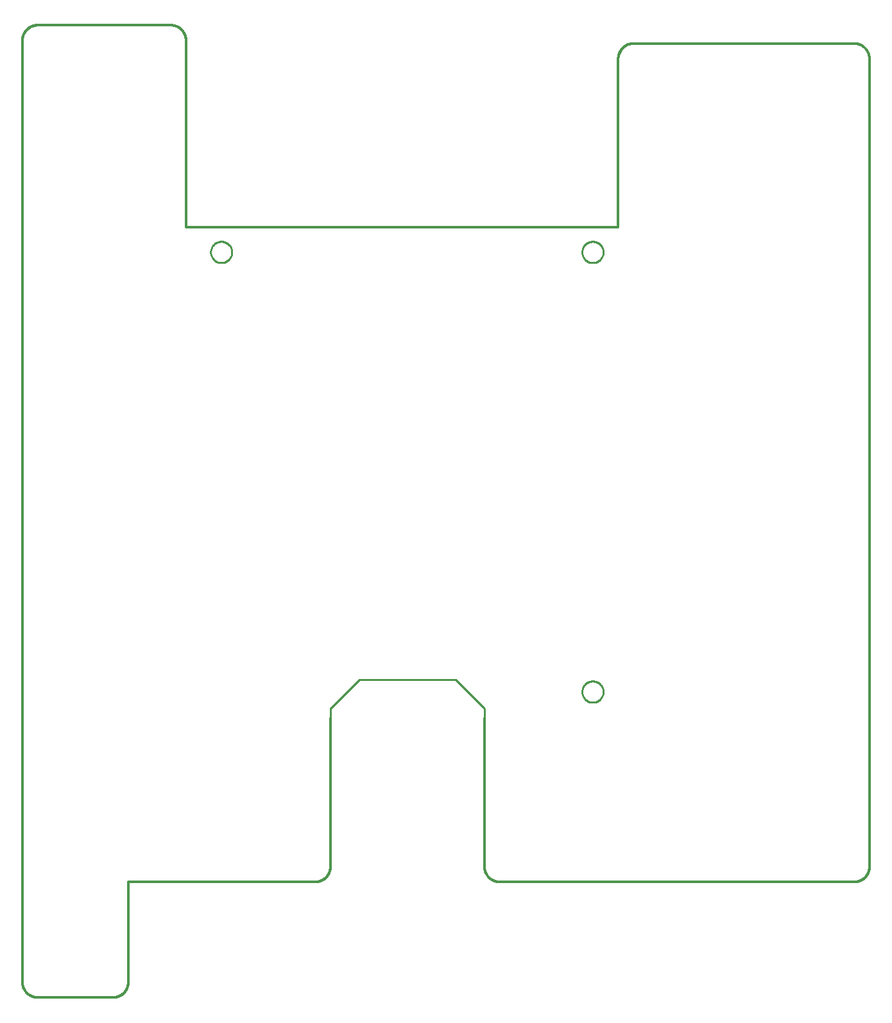
<source format=gko>
G04 EAGLE Gerber RS-274X export*
G75*
%MOMM*%
%FSLAX34Y34*%
%LPD*%
%INBoard Outline*%
%IPPOS*%
%AMOC8*
5,1,8,0,0,1.08239X$1,22.5*%
G01*
%ADD10C,0.152400*%
%ADD11C,0.304800*%
%ADD12C,0.000000*%
%ADD13C,0.254000*%


D10*
X101600Y-342900D02*
X101600Y-330200D01*
X139700Y-292100D01*
X266700Y-292100D01*
X304800Y-330200D01*
X304800Y-342900D01*
D11*
X-165100Y-558800D02*
X-165100Y-690880D01*
X-165106Y-691371D01*
X-165124Y-691862D01*
X-165153Y-692352D01*
X-165195Y-692841D01*
X-165248Y-693329D01*
X-165313Y-693816D01*
X-165390Y-694301D01*
X-165479Y-694784D01*
X-165579Y-695265D01*
X-165690Y-695743D01*
X-165814Y-696218D01*
X-165948Y-696690D01*
X-166095Y-697159D01*
X-166252Y-697624D01*
X-166420Y-698086D01*
X-166600Y-698543D01*
X-166791Y-698995D01*
X-166992Y-699443D01*
X-167205Y-699886D01*
X-167428Y-700323D01*
X-167661Y-700755D01*
X-167905Y-701181D01*
X-168159Y-701602D01*
X-168423Y-702016D01*
X-168697Y-702423D01*
X-168981Y-702824D01*
X-169274Y-703218D01*
X-169577Y-703604D01*
X-169889Y-703983D01*
X-170210Y-704355D01*
X-170540Y-704718D01*
X-170879Y-705074D01*
X-171226Y-705421D01*
X-171582Y-705760D01*
X-171945Y-706090D01*
X-172317Y-706411D01*
X-172696Y-706723D01*
X-173082Y-707026D01*
X-173476Y-707319D01*
X-173877Y-707603D01*
X-174284Y-707877D01*
X-174698Y-708141D01*
X-175119Y-708395D01*
X-175545Y-708639D01*
X-175977Y-708872D01*
X-176414Y-709095D01*
X-176857Y-709308D01*
X-177305Y-709509D01*
X-177757Y-709700D01*
X-178214Y-709880D01*
X-178676Y-710048D01*
X-179141Y-710205D01*
X-179610Y-710352D01*
X-180082Y-710486D01*
X-180557Y-710610D01*
X-181035Y-710721D01*
X-181516Y-710821D01*
X-181999Y-710910D01*
X-182484Y-710987D01*
X-182971Y-711052D01*
X-183459Y-711105D01*
X-183948Y-711147D01*
X-184438Y-711176D01*
X-184929Y-711194D01*
X-185420Y-711200D01*
X-88900Y304800D02*
X-88900Y551180D01*
X-88906Y551671D01*
X-88924Y552162D01*
X-88953Y552652D01*
X-88995Y553141D01*
X-89048Y553629D01*
X-89113Y554116D01*
X-89190Y554601D01*
X-89279Y555084D01*
X-89379Y555565D01*
X-89490Y556043D01*
X-89614Y556518D01*
X-89748Y556990D01*
X-89895Y557459D01*
X-90052Y557924D01*
X-90220Y558386D01*
X-90400Y558843D01*
X-90591Y559295D01*
X-90792Y559743D01*
X-91005Y560186D01*
X-91228Y560623D01*
X-91461Y561055D01*
X-91705Y561481D01*
X-91959Y561902D01*
X-92223Y562316D01*
X-92497Y562723D01*
X-92781Y563124D01*
X-93074Y563518D01*
X-93377Y563904D01*
X-93689Y564283D01*
X-94010Y564655D01*
X-94340Y565018D01*
X-94679Y565374D01*
X-95026Y565721D01*
X-95382Y566060D01*
X-95745Y566390D01*
X-96117Y566711D01*
X-96496Y567023D01*
X-96882Y567326D01*
X-97276Y567619D01*
X-97677Y567903D01*
X-98084Y568177D01*
X-98498Y568441D01*
X-98919Y568695D01*
X-99345Y568939D01*
X-99777Y569172D01*
X-100214Y569395D01*
X-100657Y569608D01*
X-101105Y569809D01*
X-101557Y570000D01*
X-102014Y570180D01*
X-102476Y570348D01*
X-102941Y570505D01*
X-103410Y570652D01*
X-103882Y570786D01*
X-104357Y570910D01*
X-104835Y571021D01*
X-105316Y571121D01*
X-105799Y571210D01*
X-106284Y571287D01*
X-106771Y571352D01*
X-107259Y571405D01*
X-107748Y571447D01*
X-108238Y571476D01*
X-108729Y571494D01*
X-109220Y571500D01*
X-284480Y571500D01*
X-284971Y571494D01*
X-285462Y571476D01*
X-285952Y571447D01*
X-286441Y571405D01*
X-286929Y571352D01*
X-287416Y571287D01*
X-287901Y571210D01*
X-288384Y571121D01*
X-288865Y571021D01*
X-289343Y570910D01*
X-289818Y570786D01*
X-290290Y570652D01*
X-290759Y570505D01*
X-291224Y570348D01*
X-291686Y570180D01*
X-292143Y570000D01*
X-292595Y569809D01*
X-293043Y569608D01*
X-293486Y569395D01*
X-293923Y569172D01*
X-294355Y568939D01*
X-294781Y568695D01*
X-295202Y568441D01*
X-295616Y568177D01*
X-296023Y567903D01*
X-296424Y567619D01*
X-296818Y567326D01*
X-297204Y567023D01*
X-297583Y566711D01*
X-297955Y566390D01*
X-298318Y566060D01*
X-298674Y565721D01*
X-299021Y565374D01*
X-299360Y565018D01*
X-299690Y564655D01*
X-300011Y564283D01*
X-300323Y563904D01*
X-300626Y563518D01*
X-300919Y563124D01*
X-301203Y562723D01*
X-301477Y562316D01*
X-301741Y561902D01*
X-301995Y561481D01*
X-302239Y561055D01*
X-302472Y560623D01*
X-302695Y560186D01*
X-302908Y559743D01*
X-303109Y559295D01*
X-303300Y558843D01*
X-303480Y558386D01*
X-303648Y557924D01*
X-303805Y557459D01*
X-303952Y556990D01*
X-304086Y556518D01*
X-304210Y556043D01*
X-304321Y555565D01*
X-304421Y555084D01*
X-304510Y554601D01*
X-304587Y554116D01*
X-304652Y553629D01*
X-304705Y553141D01*
X-304747Y552652D01*
X-304776Y552162D01*
X-304794Y551671D01*
X-304800Y551180D01*
X-304800Y-690880D01*
X-304794Y-691371D01*
X-304776Y-691862D01*
X-304747Y-692352D01*
X-304705Y-692841D01*
X-304652Y-693329D01*
X-304587Y-693816D01*
X-304510Y-694301D01*
X-304421Y-694784D01*
X-304321Y-695265D01*
X-304210Y-695743D01*
X-304086Y-696218D01*
X-303952Y-696690D01*
X-303805Y-697159D01*
X-303648Y-697624D01*
X-303480Y-698086D01*
X-303300Y-698543D01*
X-303109Y-698995D01*
X-302908Y-699443D01*
X-302695Y-699886D01*
X-302472Y-700323D01*
X-302239Y-700755D01*
X-301995Y-701181D01*
X-301741Y-701602D01*
X-301477Y-702016D01*
X-301203Y-702423D01*
X-300919Y-702824D01*
X-300626Y-703218D01*
X-300323Y-703604D01*
X-300011Y-703983D01*
X-299690Y-704355D01*
X-299360Y-704718D01*
X-299021Y-705074D01*
X-298674Y-705421D01*
X-298318Y-705760D01*
X-297955Y-706090D01*
X-297583Y-706411D01*
X-297204Y-706723D01*
X-296818Y-707026D01*
X-296424Y-707319D01*
X-296023Y-707603D01*
X-295616Y-707877D01*
X-295202Y-708141D01*
X-294781Y-708395D01*
X-294355Y-708639D01*
X-293923Y-708872D01*
X-293486Y-709095D01*
X-293043Y-709308D01*
X-292595Y-709509D01*
X-292143Y-709700D01*
X-291686Y-709880D01*
X-291224Y-710048D01*
X-290759Y-710205D01*
X-290290Y-710352D01*
X-289818Y-710486D01*
X-289343Y-710610D01*
X-288865Y-710721D01*
X-288384Y-710821D01*
X-287901Y-710910D01*
X-287416Y-710987D01*
X-286929Y-711052D01*
X-286441Y-711105D01*
X-285952Y-711147D01*
X-285462Y-711176D01*
X-284971Y-711194D01*
X-284480Y-711200D01*
X-185420Y-711200D01*
X101600Y-538480D02*
X101600Y-342900D01*
X101600Y-538480D02*
X101594Y-538971D01*
X101576Y-539462D01*
X101547Y-539952D01*
X101505Y-540441D01*
X101452Y-540929D01*
X101387Y-541416D01*
X101310Y-541901D01*
X101221Y-542384D01*
X101121Y-542865D01*
X101010Y-543343D01*
X100886Y-543818D01*
X100752Y-544290D01*
X100605Y-544759D01*
X100448Y-545224D01*
X100280Y-545686D01*
X100100Y-546143D01*
X99909Y-546595D01*
X99708Y-547043D01*
X99495Y-547486D01*
X99272Y-547923D01*
X99039Y-548355D01*
X98795Y-548781D01*
X98541Y-549202D01*
X98277Y-549616D01*
X98003Y-550023D01*
X97719Y-550424D01*
X97426Y-550818D01*
X97123Y-551204D01*
X96811Y-551583D01*
X96490Y-551955D01*
X96160Y-552318D01*
X95821Y-552674D01*
X95474Y-553021D01*
X95118Y-553360D01*
X94755Y-553690D01*
X94383Y-554011D01*
X94004Y-554323D01*
X93618Y-554626D01*
X93224Y-554919D01*
X92823Y-555203D01*
X92416Y-555477D01*
X92002Y-555741D01*
X91581Y-555995D01*
X91155Y-556239D01*
X90723Y-556472D01*
X90286Y-556695D01*
X89843Y-556908D01*
X89395Y-557109D01*
X88943Y-557300D01*
X88486Y-557480D01*
X88024Y-557648D01*
X87559Y-557805D01*
X87090Y-557952D01*
X86618Y-558086D01*
X86143Y-558210D01*
X85665Y-558321D01*
X85184Y-558421D01*
X84701Y-558510D01*
X84216Y-558587D01*
X83729Y-558652D01*
X83241Y-558705D01*
X82752Y-558747D01*
X82262Y-558776D01*
X81771Y-558794D01*
X81280Y-558800D01*
X-165100Y-558800D01*
X304800Y-538480D02*
X304800Y-342900D01*
X304800Y-538480D02*
X304806Y-538971D01*
X304824Y-539462D01*
X304853Y-539952D01*
X304895Y-540441D01*
X304948Y-540929D01*
X305013Y-541416D01*
X305090Y-541901D01*
X305179Y-542384D01*
X305279Y-542865D01*
X305390Y-543343D01*
X305514Y-543818D01*
X305648Y-544290D01*
X305795Y-544759D01*
X305952Y-545224D01*
X306120Y-545686D01*
X306300Y-546143D01*
X306491Y-546595D01*
X306692Y-547043D01*
X306905Y-547486D01*
X307128Y-547923D01*
X307361Y-548355D01*
X307605Y-548781D01*
X307859Y-549202D01*
X308123Y-549616D01*
X308397Y-550023D01*
X308681Y-550424D01*
X308974Y-550818D01*
X309277Y-551204D01*
X309589Y-551583D01*
X309910Y-551955D01*
X310240Y-552318D01*
X310579Y-552674D01*
X310926Y-553021D01*
X311282Y-553360D01*
X311645Y-553690D01*
X312017Y-554011D01*
X312396Y-554323D01*
X312782Y-554626D01*
X313176Y-554919D01*
X313577Y-555203D01*
X313984Y-555477D01*
X314398Y-555741D01*
X314819Y-555995D01*
X315245Y-556239D01*
X315677Y-556472D01*
X316114Y-556695D01*
X316557Y-556908D01*
X317005Y-557109D01*
X317457Y-557300D01*
X317914Y-557480D01*
X318376Y-557648D01*
X318841Y-557805D01*
X319310Y-557952D01*
X319782Y-558086D01*
X320257Y-558210D01*
X320735Y-558321D01*
X321216Y-558421D01*
X321699Y-558510D01*
X322184Y-558587D01*
X322671Y-558652D01*
X323159Y-558705D01*
X323648Y-558747D01*
X324138Y-558776D01*
X324629Y-558794D01*
X325120Y-558800D01*
X792480Y-558800D01*
X792971Y-558794D01*
X793462Y-558776D01*
X793952Y-558747D01*
X794441Y-558705D01*
X794929Y-558652D01*
X795416Y-558587D01*
X795901Y-558510D01*
X796384Y-558421D01*
X796865Y-558321D01*
X797343Y-558210D01*
X797818Y-558086D01*
X798290Y-557952D01*
X798759Y-557805D01*
X799224Y-557648D01*
X799686Y-557480D01*
X800143Y-557300D01*
X800595Y-557109D01*
X801043Y-556908D01*
X801486Y-556695D01*
X801923Y-556472D01*
X802355Y-556239D01*
X802781Y-555995D01*
X803202Y-555741D01*
X803616Y-555477D01*
X804023Y-555203D01*
X804424Y-554919D01*
X804818Y-554626D01*
X805204Y-554323D01*
X805583Y-554011D01*
X805955Y-553690D01*
X806318Y-553360D01*
X806674Y-553021D01*
X807021Y-552674D01*
X807360Y-552318D01*
X807690Y-551955D01*
X808011Y-551583D01*
X808323Y-551204D01*
X808626Y-550818D01*
X808919Y-550424D01*
X809203Y-550023D01*
X809477Y-549616D01*
X809741Y-549202D01*
X809995Y-548781D01*
X810239Y-548355D01*
X810472Y-547923D01*
X810695Y-547486D01*
X810908Y-547043D01*
X811109Y-546595D01*
X811300Y-546143D01*
X811480Y-545686D01*
X811648Y-545224D01*
X811805Y-544759D01*
X811952Y-544290D01*
X812086Y-543818D01*
X812210Y-543343D01*
X812321Y-542865D01*
X812421Y-542384D01*
X812510Y-541901D01*
X812587Y-541416D01*
X812652Y-540929D01*
X812705Y-540441D01*
X812747Y-539952D01*
X812776Y-539462D01*
X812794Y-538971D01*
X812800Y-538480D01*
X812800Y527050D01*
X812794Y527541D01*
X812776Y528032D01*
X812747Y528522D01*
X812705Y529011D01*
X812652Y529499D01*
X812587Y529986D01*
X812510Y530471D01*
X812421Y530954D01*
X812321Y531435D01*
X812210Y531913D01*
X812086Y532388D01*
X811952Y532860D01*
X811805Y533329D01*
X811648Y533794D01*
X811480Y534256D01*
X811300Y534713D01*
X811109Y535165D01*
X810908Y535613D01*
X810695Y536056D01*
X810472Y536493D01*
X810239Y536925D01*
X809995Y537351D01*
X809741Y537772D01*
X809477Y538186D01*
X809203Y538593D01*
X808919Y538994D01*
X808626Y539388D01*
X808323Y539774D01*
X808011Y540153D01*
X807690Y540525D01*
X807360Y540888D01*
X807021Y541244D01*
X806674Y541591D01*
X806318Y541930D01*
X805955Y542260D01*
X805583Y542581D01*
X805204Y542893D01*
X804818Y543196D01*
X804424Y543489D01*
X804023Y543773D01*
X803616Y544047D01*
X803202Y544311D01*
X802781Y544565D01*
X802355Y544809D01*
X801923Y545042D01*
X801486Y545265D01*
X801043Y545478D01*
X800595Y545679D01*
X800143Y545870D01*
X799686Y546050D01*
X799224Y546218D01*
X798759Y546375D01*
X798290Y546522D01*
X797818Y546656D01*
X797343Y546780D01*
X796865Y546891D01*
X796384Y546991D01*
X795901Y547080D01*
X795416Y547157D01*
X794929Y547222D01*
X794441Y547275D01*
X793952Y547317D01*
X793462Y547346D01*
X792971Y547364D01*
X792480Y547370D01*
X501650Y547370D01*
X501159Y547364D01*
X500668Y547346D01*
X500178Y547317D01*
X499689Y547275D01*
X499201Y547222D01*
X498714Y547157D01*
X498229Y547080D01*
X497746Y546991D01*
X497265Y546891D01*
X496787Y546780D01*
X496312Y546656D01*
X495840Y546522D01*
X495371Y546375D01*
X494906Y546218D01*
X494444Y546050D01*
X493987Y545870D01*
X493535Y545679D01*
X493087Y545478D01*
X492644Y545265D01*
X492207Y545042D01*
X491775Y544809D01*
X491349Y544565D01*
X490928Y544311D01*
X490514Y544047D01*
X490107Y543773D01*
X489706Y543489D01*
X489312Y543196D01*
X488926Y542893D01*
X488547Y542581D01*
X488175Y542260D01*
X487812Y541930D01*
X487456Y541591D01*
X487109Y541244D01*
X486770Y540888D01*
X486440Y540525D01*
X486119Y540153D01*
X485807Y539774D01*
X485504Y539388D01*
X485211Y538994D01*
X484927Y538593D01*
X484653Y538186D01*
X484389Y537772D01*
X484135Y537351D01*
X483891Y536925D01*
X483658Y536493D01*
X483435Y536056D01*
X483222Y535613D01*
X483021Y535165D01*
X482830Y534713D01*
X482650Y534256D01*
X482482Y533794D01*
X482325Y533329D01*
X482178Y532860D01*
X482044Y532388D01*
X481920Y531913D01*
X481809Y531435D01*
X481709Y530954D01*
X481620Y530471D01*
X481543Y529986D01*
X481478Y529499D01*
X481425Y529011D01*
X481383Y528522D01*
X481354Y528032D01*
X481336Y527541D01*
X481330Y527050D01*
X481330Y304800D01*
X-88900Y304800D01*
D12*
X433600Y-307900D02*
X433604Y-307556D01*
X433617Y-307213D01*
X433638Y-306870D01*
X433667Y-306528D01*
X433705Y-306186D01*
X433752Y-305846D01*
X433806Y-305507D01*
X433869Y-305169D01*
X433940Y-304833D01*
X434020Y-304498D01*
X434107Y-304166D01*
X434203Y-303836D01*
X434307Y-303508D01*
X434418Y-303184D01*
X434538Y-302861D01*
X434666Y-302542D01*
X434801Y-302227D01*
X434944Y-301914D01*
X435095Y-301605D01*
X435253Y-301300D01*
X435419Y-300999D01*
X435592Y-300703D01*
X435772Y-300410D01*
X435959Y-300122D01*
X436154Y-299839D01*
X436355Y-299560D01*
X436563Y-299287D01*
X436778Y-299018D01*
X436999Y-298756D01*
X437227Y-298498D01*
X437461Y-298246D01*
X437701Y-298001D01*
X437946Y-297761D01*
X438198Y-297527D01*
X438456Y-297299D01*
X438718Y-297078D01*
X438987Y-296863D01*
X439260Y-296655D01*
X439539Y-296454D01*
X439822Y-296259D01*
X440110Y-296072D01*
X440403Y-295892D01*
X440699Y-295719D01*
X441000Y-295553D01*
X441305Y-295395D01*
X441614Y-295244D01*
X441927Y-295101D01*
X442242Y-294966D01*
X442561Y-294838D01*
X442884Y-294718D01*
X443208Y-294607D01*
X443536Y-294503D01*
X443866Y-294407D01*
X444198Y-294320D01*
X444533Y-294240D01*
X444869Y-294169D01*
X445207Y-294106D01*
X445546Y-294052D01*
X445886Y-294005D01*
X446228Y-293967D01*
X446570Y-293938D01*
X446913Y-293917D01*
X447256Y-293904D01*
X447600Y-293900D01*
X447944Y-293904D01*
X448287Y-293917D01*
X448630Y-293938D01*
X448972Y-293967D01*
X449314Y-294005D01*
X449654Y-294052D01*
X449993Y-294106D01*
X450331Y-294169D01*
X450667Y-294240D01*
X451002Y-294320D01*
X451334Y-294407D01*
X451664Y-294503D01*
X451992Y-294607D01*
X452316Y-294718D01*
X452639Y-294838D01*
X452958Y-294966D01*
X453273Y-295101D01*
X453586Y-295244D01*
X453895Y-295395D01*
X454200Y-295553D01*
X454501Y-295719D01*
X454797Y-295892D01*
X455090Y-296072D01*
X455378Y-296259D01*
X455661Y-296454D01*
X455940Y-296655D01*
X456213Y-296863D01*
X456482Y-297078D01*
X456744Y-297299D01*
X457002Y-297527D01*
X457254Y-297761D01*
X457499Y-298001D01*
X457739Y-298246D01*
X457973Y-298498D01*
X458201Y-298756D01*
X458422Y-299018D01*
X458637Y-299287D01*
X458845Y-299560D01*
X459046Y-299839D01*
X459241Y-300122D01*
X459428Y-300410D01*
X459608Y-300703D01*
X459781Y-300999D01*
X459947Y-301300D01*
X460105Y-301605D01*
X460256Y-301914D01*
X460399Y-302227D01*
X460534Y-302542D01*
X460662Y-302861D01*
X460782Y-303184D01*
X460893Y-303508D01*
X460997Y-303836D01*
X461093Y-304166D01*
X461180Y-304498D01*
X461260Y-304833D01*
X461331Y-305169D01*
X461394Y-305507D01*
X461448Y-305846D01*
X461495Y-306186D01*
X461533Y-306528D01*
X461562Y-306870D01*
X461583Y-307213D01*
X461596Y-307556D01*
X461600Y-307900D01*
X461596Y-308244D01*
X461583Y-308587D01*
X461562Y-308930D01*
X461533Y-309272D01*
X461495Y-309614D01*
X461448Y-309954D01*
X461394Y-310293D01*
X461331Y-310631D01*
X461260Y-310967D01*
X461180Y-311302D01*
X461093Y-311634D01*
X460997Y-311964D01*
X460893Y-312292D01*
X460782Y-312616D01*
X460662Y-312939D01*
X460534Y-313258D01*
X460399Y-313573D01*
X460256Y-313886D01*
X460105Y-314195D01*
X459947Y-314500D01*
X459781Y-314801D01*
X459608Y-315097D01*
X459428Y-315390D01*
X459241Y-315678D01*
X459046Y-315961D01*
X458845Y-316240D01*
X458637Y-316513D01*
X458422Y-316782D01*
X458201Y-317044D01*
X457973Y-317302D01*
X457739Y-317554D01*
X457499Y-317799D01*
X457254Y-318039D01*
X457002Y-318273D01*
X456744Y-318501D01*
X456482Y-318722D01*
X456213Y-318937D01*
X455940Y-319145D01*
X455661Y-319346D01*
X455378Y-319541D01*
X455090Y-319728D01*
X454797Y-319908D01*
X454501Y-320081D01*
X454200Y-320247D01*
X453895Y-320405D01*
X453586Y-320556D01*
X453273Y-320699D01*
X452958Y-320834D01*
X452639Y-320962D01*
X452316Y-321082D01*
X451992Y-321193D01*
X451664Y-321297D01*
X451334Y-321393D01*
X451002Y-321480D01*
X450667Y-321560D01*
X450331Y-321631D01*
X449993Y-321694D01*
X449654Y-321748D01*
X449314Y-321795D01*
X448972Y-321833D01*
X448630Y-321862D01*
X448287Y-321883D01*
X447944Y-321896D01*
X447600Y-321900D01*
X447256Y-321896D01*
X446913Y-321883D01*
X446570Y-321862D01*
X446228Y-321833D01*
X445886Y-321795D01*
X445546Y-321748D01*
X445207Y-321694D01*
X444869Y-321631D01*
X444533Y-321560D01*
X444198Y-321480D01*
X443866Y-321393D01*
X443536Y-321297D01*
X443208Y-321193D01*
X442884Y-321082D01*
X442561Y-320962D01*
X442242Y-320834D01*
X441927Y-320699D01*
X441614Y-320556D01*
X441305Y-320405D01*
X441000Y-320247D01*
X440699Y-320081D01*
X440403Y-319908D01*
X440110Y-319728D01*
X439822Y-319541D01*
X439539Y-319346D01*
X439260Y-319145D01*
X438987Y-318937D01*
X438718Y-318722D01*
X438456Y-318501D01*
X438198Y-318273D01*
X437946Y-318039D01*
X437701Y-317799D01*
X437461Y-317554D01*
X437227Y-317302D01*
X436999Y-317044D01*
X436778Y-316782D01*
X436563Y-316513D01*
X436355Y-316240D01*
X436154Y-315961D01*
X435959Y-315678D01*
X435772Y-315390D01*
X435592Y-315097D01*
X435419Y-314801D01*
X435253Y-314500D01*
X435095Y-314195D01*
X434944Y-313886D01*
X434801Y-313573D01*
X434666Y-313258D01*
X434538Y-312939D01*
X434418Y-312616D01*
X434307Y-312292D01*
X434203Y-311964D01*
X434107Y-311634D01*
X434020Y-311302D01*
X433940Y-310967D01*
X433869Y-310631D01*
X433806Y-310293D01*
X433752Y-309954D01*
X433705Y-309614D01*
X433667Y-309272D01*
X433638Y-308930D01*
X433617Y-308587D01*
X433604Y-308244D01*
X433600Y-307900D01*
X-56400Y272100D02*
X-56396Y272444D01*
X-56383Y272787D01*
X-56362Y273130D01*
X-56333Y273472D01*
X-56295Y273814D01*
X-56248Y274154D01*
X-56194Y274493D01*
X-56131Y274831D01*
X-56060Y275167D01*
X-55980Y275502D01*
X-55893Y275834D01*
X-55797Y276164D01*
X-55693Y276492D01*
X-55582Y276816D01*
X-55462Y277139D01*
X-55334Y277458D01*
X-55199Y277773D01*
X-55056Y278086D01*
X-54905Y278395D01*
X-54747Y278700D01*
X-54581Y279001D01*
X-54408Y279297D01*
X-54228Y279590D01*
X-54041Y279878D01*
X-53846Y280161D01*
X-53645Y280440D01*
X-53437Y280713D01*
X-53222Y280982D01*
X-53001Y281244D01*
X-52773Y281502D01*
X-52539Y281754D01*
X-52299Y281999D01*
X-52054Y282239D01*
X-51802Y282473D01*
X-51544Y282701D01*
X-51282Y282922D01*
X-51013Y283137D01*
X-50740Y283345D01*
X-50461Y283546D01*
X-50178Y283741D01*
X-49890Y283928D01*
X-49597Y284108D01*
X-49301Y284281D01*
X-49000Y284447D01*
X-48695Y284605D01*
X-48386Y284756D01*
X-48073Y284899D01*
X-47758Y285034D01*
X-47439Y285162D01*
X-47116Y285282D01*
X-46792Y285393D01*
X-46464Y285497D01*
X-46134Y285593D01*
X-45802Y285680D01*
X-45467Y285760D01*
X-45131Y285831D01*
X-44793Y285894D01*
X-44454Y285948D01*
X-44114Y285995D01*
X-43772Y286033D01*
X-43430Y286062D01*
X-43087Y286083D01*
X-42744Y286096D01*
X-42400Y286100D01*
X-42056Y286096D01*
X-41713Y286083D01*
X-41370Y286062D01*
X-41028Y286033D01*
X-40686Y285995D01*
X-40346Y285948D01*
X-40007Y285894D01*
X-39669Y285831D01*
X-39333Y285760D01*
X-38998Y285680D01*
X-38666Y285593D01*
X-38336Y285497D01*
X-38008Y285393D01*
X-37684Y285282D01*
X-37361Y285162D01*
X-37042Y285034D01*
X-36727Y284899D01*
X-36414Y284756D01*
X-36105Y284605D01*
X-35800Y284447D01*
X-35499Y284281D01*
X-35203Y284108D01*
X-34910Y283928D01*
X-34622Y283741D01*
X-34339Y283546D01*
X-34060Y283345D01*
X-33787Y283137D01*
X-33518Y282922D01*
X-33256Y282701D01*
X-32998Y282473D01*
X-32746Y282239D01*
X-32501Y281999D01*
X-32261Y281754D01*
X-32027Y281502D01*
X-31799Y281244D01*
X-31578Y280982D01*
X-31363Y280713D01*
X-31155Y280440D01*
X-30954Y280161D01*
X-30759Y279878D01*
X-30572Y279590D01*
X-30392Y279297D01*
X-30219Y279001D01*
X-30053Y278700D01*
X-29895Y278395D01*
X-29744Y278086D01*
X-29601Y277773D01*
X-29466Y277458D01*
X-29338Y277139D01*
X-29218Y276816D01*
X-29107Y276492D01*
X-29003Y276164D01*
X-28907Y275834D01*
X-28820Y275502D01*
X-28740Y275167D01*
X-28669Y274831D01*
X-28606Y274493D01*
X-28552Y274154D01*
X-28505Y273814D01*
X-28467Y273472D01*
X-28438Y273130D01*
X-28417Y272787D01*
X-28404Y272444D01*
X-28400Y272100D01*
X-28404Y271756D01*
X-28417Y271413D01*
X-28438Y271070D01*
X-28467Y270728D01*
X-28505Y270386D01*
X-28552Y270046D01*
X-28606Y269707D01*
X-28669Y269369D01*
X-28740Y269033D01*
X-28820Y268698D01*
X-28907Y268366D01*
X-29003Y268036D01*
X-29107Y267708D01*
X-29218Y267384D01*
X-29338Y267061D01*
X-29466Y266742D01*
X-29601Y266427D01*
X-29744Y266114D01*
X-29895Y265805D01*
X-30053Y265500D01*
X-30219Y265199D01*
X-30392Y264903D01*
X-30572Y264610D01*
X-30759Y264322D01*
X-30954Y264039D01*
X-31155Y263760D01*
X-31363Y263487D01*
X-31578Y263218D01*
X-31799Y262956D01*
X-32027Y262698D01*
X-32261Y262446D01*
X-32501Y262201D01*
X-32746Y261961D01*
X-32998Y261727D01*
X-33256Y261499D01*
X-33518Y261278D01*
X-33787Y261063D01*
X-34060Y260855D01*
X-34339Y260654D01*
X-34622Y260459D01*
X-34910Y260272D01*
X-35203Y260092D01*
X-35499Y259919D01*
X-35800Y259753D01*
X-36105Y259595D01*
X-36414Y259444D01*
X-36727Y259301D01*
X-37042Y259166D01*
X-37361Y259038D01*
X-37684Y258918D01*
X-38008Y258807D01*
X-38336Y258703D01*
X-38666Y258607D01*
X-38998Y258520D01*
X-39333Y258440D01*
X-39669Y258369D01*
X-40007Y258306D01*
X-40346Y258252D01*
X-40686Y258205D01*
X-41028Y258167D01*
X-41370Y258138D01*
X-41713Y258117D01*
X-42056Y258104D01*
X-42400Y258100D01*
X-42744Y258104D01*
X-43087Y258117D01*
X-43430Y258138D01*
X-43772Y258167D01*
X-44114Y258205D01*
X-44454Y258252D01*
X-44793Y258306D01*
X-45131Y258369D01*
X-45467Y258440D01*
X-45802Y258520D01*
X-46134Y258607D01*
X-46464Y258703D01*
X-46792Y258807D01*
X-47116Y258918D01*
X-47439Y259038D01*
X-47758Y259166D01*
X-48073Y259301D01*
X-48386Y259444D01*
X-48695Y259595D01*
X-49000Y259753D01*
X-49301Y259919D01*
X-49597Y260092D01*
X-49890Y260272D01*
X-50178Y260459D01*
X-50461Y260654D01*
X-50740Y260855D01*
X-51013Y261063D01*
X-51282Y261278D01*
X-51544Y261499D01*
X-51802Y261727D01*
X-52054Y261961D01*
X-52299Y262201D01*
X-52539Y262446D01*
X-52773Y262698D01*
X-53001Y262956D01*
X-53222Y263218D01*
X-53437Y263487D01*
X-53645Y263760D01*
X-53846Y264039D01*
X-54041Y264322D01*
X-54228Y264610D01*
X-54408Y264903D01*
X-54581Y265199D01*
X-54747Y265500D01*
X-54905Y265805D01*
X-55056Y266114D01*
X-55199Y266427D01*
X-55334Y266742D01*
X-55462Y267061D01*
X-55582Y267384D01*
X-55693Y267708D01*
X-55797Y268036D01*
X-55893Y268366D01*
X-55980Y268698D01*
X-56060Y269033D01*
X-56131Y269369D01*
X-56194Y269707D01*
X-56248Y270046D01*
X-56295Y270386D01*
X-56333Y270728D01*
X-56362Y271070D01*
X-56383Y271413D01*
X-56396Y271756D01*
X-56400Y272100D01*
X433600Y272100D02*
X433604Y272444D01*
X433617Y272787D01*
X433638Y273130D01*
X433667Y273472D01*
X433705Y273814D01*
X433752Y274154D01*
X433806Y274493D01*
X433869Y274831D01*
X433940Y275167D01*
X434020Y275502D01*
X434107Y275834D01*
X434203Y276164D01*
X434307Y276492D01*
X434418Y276816D01*
X434538Y277139D01*
X434666Y277458D01*
X434801Y277773D01*
X434944Y278086D01*
X435095Y278395D01*
X435253Y278700D01*
X435419Y279001D01*
X435592Y279297D01*
X435772Y279590D01*
X435959Y279878D01*
X436154Y280161D01*
X436355Y280440D01*
X436563Y280713D01*
X436778Y280982D01*
X436999Y281244D01*
X437227Y281502D01*
X437461Y281754D01*
X437701Y281999D01*
X437946Y282239D01*
X438198Y282473D01*
X438456Y282701D01*
X438718Y282922D01*
X438987Y283137D01*
X439260Y283345D01*
X439539Y283546D01*
X439822Y283741D01*
X440110Y283928D01*
X440403Y284108D01*
X440699Y284281D01*
X441000Y284447D01*
X441305Y284605D01*
X441614Y284756D01*
X441927Y284899D01*
X442242Y285034D01*
X442561Y285162D01*
X442884Y285282D01*
X443208Y285393D01*
X443536Y285497D01*
X443866Y285593D01*
X444198Y285680D01*
X444533Y285760D01*
X444869Y285831D01*
X445207Y285894D01*
X445546Y285948D01*
X445886Y285995D01*
X446228Y286033D01*
X446570Y286062D01*
X446913Y286083D01*
X447256Y286096D01*
X447600Y286100D01*
X447944Y286096D01*
X448287Y286083D01*
X448630Y286062D01*
X448972Y286033D01*
X449314Y285995D01*
X449654Y285948D01*
X449993Y285894D01*
X450331Y285831D01*
X450667Y285760D01*
X451002Y285680D01*
X451334Y285593D01*
X451664Y285497D01*
X451992Y285393D01*
X452316Y285282D01*
X452639Y285162D01*
X452958Y285034D01*
X453273Y284899D01*
X453586Y284756D01*
X453895Y284605D01*
X454200Y284447D01*
X454501Y284281D01*
X454797Y284108D01*
X455090Y283928D01*
X455378Y283741D01*
X455661Y283546D01*
X455940Y283345D01*
X456213Y283137D01*
X456482Y282922D01*
X456744Y282701D01*
X457002Y282473D01*
X457254Y282239D01*
X457499Y281999D01*
X457739Y281754D01*
X457973Y281502D01*
X458201Y281244D01*
X458422Y280982D01*
X458637Y280713D01*
X458845Y280440D01*
X459046Y280161D01*
X459241Y279878D01*
X459428Y279590D01*
X459608Y279297D01*
X459781Y279001D01*
X459947Y278700D01*
X460105Y278395D01*
X460256Y278086D01*
X460399Y277773D01*
X460534Y277458D01*
X460662Y277139D01*
X460782Y276816D01*
X460893Y276492D01*
X460997Y276164D01*
X461093Y275834D01*
X461180Y275502D01*
X461260Y275167D01*
X461331Y274831D01*
X461394Y274493D01*
X461448Y274154D01*
X461495Y273814D01*
X461533Y273472D01*
X461562Y273130D01*
X461583Y272787D01*
X461596Y272444D01*
X461600Y272100D01*
X461596Y271756D01*
X461583Y271413D01*
X461562Y271070D01*
X461533Y270728D01*
X461495Y270386D01*
X461448Y270046D01*
X461394Y269707D01*
X461331Y269369D01*
X461260Y269033D01*
X461180Y268698D01*
X461093Y268366D01*
X460997Y268036D01*
X460893Y267708D01*
X460782Y267384D01*
X460662Y267061D01*
X460534Y266742D01*
X460399Y266427D01*
X460256Y266114D01*
X460105Y265805D01*
X459947Y265500D01*
X459781Y265199D01*
X459608Y264903D01*
X459428Y264610D01*
X459241Y264322D01*
X459046Y264039D01*
X458845Y263760D01*
X458637Y263487D01*
X458422Y263218D01*
X458201Y262956D01*
X457973Y262698D01*
X457739Y262446D01*
X457499Y262201D01*
X457254Y261961D01*
X457002Y261727D01*
X456744Y261499D01*
X456482Y261278D01*
X456213Y261063D01*
X455940Y260855D01*
X455661Y260654D01*
X455378Y260459D01*
X455090Y260272D01*
X454797Y260092D01*
X454501Y259919D01*
X454200Y259753D01*
X453895Y259595D01*
X453586Y259444D01*
X453273Y259301D01*
X452958Y259166D01*
X452639Y259038D01*
X452316Y258918D01*
X451992Y258807D01*
X451664Y258703D01*
X451334Y258607D01*
X451002Y258520D01*
X450667Y258440D01*
X450331Y258369D01*
X449993Y258306D01*
X449654Y258252D01*
X449314Y258205D01*
X448972Y258167D01*
X448630Y258138D01*
X448287Y258117D01*
X447944Y258104D01*
X447600Y258100D01*
X447256Y258104D01*
X446913Y258117D01*
X446570Y258138D01*
X446228Y258167D01*
X445886Y258205D01*
X445546Y258252D01*
X445207Y258306D01*
X444869Y258369D01*
X444533Y258440D01*
X444198Y258520D01*
X443866Y258607D01*
X443536Y258703D01*
X443208Y258807D01*
X442884Y258918D01*
X442561Y259038D01*
X442242Y259166D01*
X441927Y259301D01*
X441614Y259444D01*
X441305Y259595D01*
X441000Y259753D01*
X440699Y259919D01*
X440403Y260092D01*
X440110Y260272D01*
X439822Y260459D01*
X439539Y260654D01*
X439260Y260855D01*
X438987Y261063D01*
X438718Y261278D01*
X438456Y261499D01*
X438198Y261727D01*
X437946Y261961D01*
X437701Y262201D01*
X437461Y262446D01*
X437227Y262698D01*
X436999Y262956D01*
X436778Y263218D01*
X436563Y263487D01*
X436355Y263760D01*
X436154Y264039D01*
X435959Y264322D01*
X435772Y264610D01*
X435592Y264903D01*
X435419Y265199D01*
X435253Y265500D01*
X435095Y265805D01*
X434944Y266114D01*
X434801Y266427D01*
X434666Y266742D01*
X434538Y267061D01*
X434418Y267384D01*
X434307Y267708D01*
X434203Y268036D01*
X434107Y268366D01*
X434020Y268698D01*
X433940Y269033D01*
X433869Y269369D01*
X433806Y269707D01*
X433752Y270046D01*
X433705Y270386D01*
X433667Y270728D01*
X433638Y271070D01*
X433617Y271413D01*
X433604Y271756D01*
X433600Y272100D01*
D13*
X-304800Y-690880D02*
X-304723Y-692651D01*
X-304491Y-694409D01*
X-304108Y-696139D01*
X-303575Y-697830D01*
X-302896Y-699468D01*
X-302078Y-701040D01*
X-301125Y-702535D01*
X-300046Y-703941D01*
X-298848Y-705248D01*
X-297541Y-706446D01*
X-296135Y-707525D01*
X-294640Y-708478D01*
X-293068Y-709296D01*
X-291430Y-709975D01*
X-289739Y-710508D01*
X-288009Y-710891D01*
X-286251Y-711123D01*
X-284480Y-711200D01*
X-185420Y-711200D01*
X-183649Y-711123D01*
X-181891Y-710891D01*
X-180161Y-710508D01*
X-178470Y-709975D01*
X-176832Y-709296D01*
X-175260Y-708478D01*
X-173765Y-707525D01*
X-172359Y-706446D01*
X-171052Y-705248D01*
X-169854Y-703941D01*
X-168775Y-702535D01*
X-167822Y-701040D01*
X-167004Y-699468D01*
X-166325Y-697830D01*
X-165792Y-696139D01*
X-165409Y-694409D01*
X-165177Y-692651D01*
X-165100Y-690880D01*
X-165100Y-558800D01*
X81280Y-558800D01*
X83051Y-558723D01*
X84809Y-558491D01*
X86539Y-558108D01*
X88230Y-557575D01*
X89868Y-556896D01*
X91440Y-556078D01*
X92935Y-555125D01*
X94341Y-554046D01*
X95648Y-552848D01*
X96846Y-551541D01*
X97925Y-550135D01*
X98878Y-548640D01*
X99696Y-547068D01*
X100375Y-545430D01*
X100908Y-543739D01*
X101291Y-542009D01*
X101523Y-540251D01*
X101600Y-538480D01*
X101600Y-330200D01*
X139700Y-292100D01*
X266700Y-292100D01*
X304800Y-330200D01*
X304800Y-538480D01*
X304877Y-540251D01*
X305109Y-542009D01*
X305492Y-543739D01*
X306025Y-545430D01*
X306704Y-547068D01*
X307522Y-548640D01*
X308475Y-550135D01*
X309554Y-551541D01*
X310752Y-552848D01*
X312059Y-554046D01*
X313465Y-555125D01*
X314960Y-556078D01*
X316532Y-556896D01*
X318170Y-557575D01*
X319861Y-558108D01*
X321591Y-558491D01*
X323349Y-558723D01*
X325120Y-558800D01*
X792480Y-558800D01*
X794251Y-558723D01*
X796009Y-558491D01*
X797739Y-558108D01*
X799430Y-557575D01*
X801068Y-556896D01*
X802640Y-556078D01*
X804135Y-555125D01*
X805541Y-554046D01*
X806848Y-552848D01*
X808046Y-551541D01*
X809125Y-550135D01*
X810078Y-548640D01*
X810896Y-547068D01*
X811575Y-545430D01*
X812108Y-543739D01*
X812491Y-542009D01*
X812723Y-540251D01*
X812800Y-538480D01*
X812800Y527050D01*
X812723Y528821D01*
X812491Y530579D01*
X812108Y532309D01*
X811575Y534000D01*
X810896Y535638D01*
X810078Y537210D01*
X809125Y538705D01*
X808046Y540111D01*
X806848Y541418D01*
X805541Y542616D01*
X804135Y543695D01*
X802640Y544648D01*
X801068Y545466D01*
X799430Y546145D01*
X797739Y546678D01*
X796009Y547061D01*
X794251Y547293D01*
X792480Y547370D01*
X501650Y547370D01*
X499879Y547293D01*
X498121Y547061D01*
X496391Y546678D01*
X494700Y546145D01*
X493062Y545466D01*
X491490Y544648D01*
X489995Y543695D01*
X488589Y542616D01*
X487282Y541418D01*
X486084Y540111D01*
X485005Y538705D01*
X484052Y537210D01*
X483234Y535638D01*
X482555Y534000D01*
X482022Y532309D01*
X481639Y530579D01*
X481407Y528821D01*
X481330Y527050D01*
X481330Y304800D01*
X-88900Y304800D01*
X-88900Y551180D01*
X-88977Y552951D01*
X-89209Y554709D01*
X-89592Y556439D01*
X-90125Y558130D01*
X-90804Y559768D01*
X-91622Y561340D01*
X-92575Y562835D01*
X-93654Y564241D01*
X-94852Y565548D01*
X-96159Y566746D01*
X-97565Y567825D01*
X-99060Y568778D01*
X-100632Y569596D01*
X-102270Y570275D01*
X-103961Y570808D01*
X-105691Y571191D01*
X-107449Y571423D01*
X-109220Y571500D01*
X-284480Y571500D01*
X-286251Y571423D01*
X-288009Y571191D01*
X-289739Y570808D01*
X-291430Y570275D01*
X-293068Y569596D01*
X-294640Y568778D01*
X-296135Y567825D01*
X-297541Y566746D01*
X-298848Y565548D01*
X-300046Y564241D01*
X-301125Y562835D01*
X-302078Y561340D01*
X-302896Y559768D01*
X-303575Y558130D01*
X-304108Y556439D01*
X-304491Y554709D01*
X-304723Y552951D01*
X-304800Y551180D01*
X-304800Y-690880D01*
X448100Y-293900D02*
X449098Y-293971D01*
X450087Y-294114D01*
X451065Y-294326D01*
X452024Y-294608D01*
X452961Y-294957D01*
X453871Y-295373D01*
X454748Y-295852D01*
X455590Y-296393D01*
X456390Y-296992D01*
X457146Y-297647D01*
X457853Y-298354D01*
X458508Y-299110D01*
X459107Y-299910D01*
X459648Y-300752D01*
X460127Y-301629D01*
X460543Y-302539D01*
X460892Y-303476D01*
X461174Y-304436D01*
X461386Y-305413D01*
X461529Y-306403D01*
X461600Y-307400D01*
X461600Y-308400D01*
X461529Y-309398D01*
X461386Y-310387D01*
X461174Y-311365D01*
X460892Y-312324D01*
X460543Y-313261D01*
X460127Y-314171D01*
X459648Y-315048D01*
X459107Y-315890D01*
X458508Y-316690D01*
X457853Y-317446D01*
X457146Y-318153D01*
X456390Y-318808D01*
X455590Y-319407D01*
X454748Y-319948D01*
X453871Y-320427D01*
X452961Y-320843D01*
X452024Y-321192D01*
X451065Y-321474D01*
X450087Y-321686D01*
X449098Y-321829D01*
X448100Y-321900D01*
X447100Y-321900D01*
X446103Y-321829D01*
X445113Y-321686D01*
X444136Y-321474D01*
X443176Y-321192D01*
X442239Y-320843D01*
X441329Y-320427D01*
X440452Y-319948D01*
X439610Y-319407D01*
X438810Y-318808D01*
X438054Y-318153D01*
X437347Y-317446D01*
X436692Y-316690D01*
X436093Y-315890D01*
X435552Y-315048D01*
X435073Y-314171D01*
X434657Y-313261D01*
X434308Y-312324D01*
X434026Y-311365D01*
X433814Y-310387D01*
X433671Y-309398D01*
X433600Y-308400D01*
X433600Y-307400D01*
X433671Y-306403D01*
X433814Y-305413D01*
X434026Y-304436D01*
X434308Y-303476D01*
X434657Y-302539D01*
X435073Y-301629D01*
X435552Y-300752D01*
X436093Y-299910D01*
X436692Y-299110D01*
X437347Y-298354D01*
X438054Y-297647D01*
X438810Y-296992D01*
X439610Y-296393D01*
X440452Y-295852D01*
X441329Y-295373D01*
X442239Y-294957D01*
X443176Y-294608D01*
X444136Y-294326D01*
X445113Y-294114D01*
X446103Y-293971D01*
X447100Y-293900D01*
X448100Y-293900D01*
X-41900Y286100D02*
X-40903Y286029D01*
X-39913Y285886D01*
X-38936Y285674D01*
X-37976Y285392D01*
X-37039Y285043D01*
X-36129Y284627D01*
X-35252Y284148D01*
X-34410Y283607D01*
X-33610Y283008D01*
X-32854Y282353D01*
X-32147Y281646D01*
X-31492Y280890D01*
X-30893Y280090D01*
X-30352Y279248D01*
X-29873Y278371D01*
X-29457Y277461D01*
X-29108Y276524D01*
X-28826Y275565D01*
X-28614Y274587D01*
X-28471Y273598D01*
X-28400Y272600D01*
X-28400Y271600D01*
X-28471Y270603D01*
X-28614Y269613D01*
X-28826Y268636D01*
X-29108Y267676D01*
X-29457Y266739D01*
X-29873Y265829D01*
X-30352Y264952D01*
X-30893Y264110D01*
X-31492Y263310D01*
X-32147Y262554D01*
X-32854Y261847D01*
X-33610Y261192D01*
X-34410Y260593D01*
X-35252Y260052D01*
X-36129Y259573D01*
X-37039Y259157D01*
X-37976Y258808D01*
X-38936Y258526D01*
X-39913Y258314D01*
X-40903Y258171D01*
X-41900Y258100D01*
X-42900Y258100D01*
X-43898Y258171D01*
X-44887Y258314D01*
X-45865Y258526D01*
X-46824Y258808D01*
X-47761Y259157D01*
X-48671Y259573D01*
X-49548Y260052D01*
X-50390Y260593D01*
X-51190Y261192D01*
X-51946Y261847D01*
X-52653Y262554D01*
X-53308Y263310D01*
X-53907Y264110D01*
X-54448Y264952D01*
X-54927Y265829D01*
X-55343Y266739D01*
X-55692Y267676D01*
X-55974Y268636D01*
X-56186Y269613D01*
X-56329Y270603D01*
X-56400Y271600D01*
X-56400Y272600D01*
X-56329Y273598D01*
X-56186Y274587D01*
X-55974Y275565D01*
X-55692Y276524D01*
X-55343Y277461D01*
X-54927Y278371D01*
X-54448Y279248D01*
X-53907Y280090D01*
X-53308Y280890D01*
X-52653Y281646D01*
X-51946Y282353D01*
X-51190Y283008D01*
X-50390Y283607D01*
X-49548Y284148D01*
X-48671Y284627D01*
X-47761Y285043D01*
X-46824Y285392D01*
X-45865Y285674D01*
X-44887Y285886D01*
X-43898Y286029D01*
X-42900Y286100D01*
X-41900Y286100D01*
X448100Y286100D02*
X449098Y286029D01*
X450087Y285886D01*
X451065Y285674D01*
X452024Y285392D01*
X452961Y285043D01*
X453871Y284627D01*
X454748Y284148D01*
X455590Y283607D01*
X456390Y283008D01*
X457146Y282353D01*
X457853Y281646D01*
X458508Y280890D01*
X459107Y280090D01*
X459648Y279248D01*
X460127Y278371D01*
X460543Y277461D01*
X460892Y276524D01*
X461174Y275565D01*
X461386Y274587D01*
X461529Y273598D01*
X461600Y272600D01*
X461600Y271600D01*
X461529Y270603D01*
X461386Y269613D01*
X461174Y268636D01*
X460892Y267676D01*
X460543Y266739D01*
X460127Y265829D01*
X459648Y264952D01*
X459107Y264110D01*
X458508Y263310D01*
X457853Y262554D01*
X457146Y261847D01*
X456390Y261192D01*
X455590Y260593D01*
X454748Y260052D01*
X453871Y259573D01*
X452961Y259157D01*
X452024Y258808D01*
X451065Y258526D01*
X450087Y258314D01*
X449098Y258171D01*
X448100Y258100D01*
X447100Y258100D01*
X446103Y258171D01*
X445113Y258314D01*
X444136Y258526D01*
X443176Y258808D01*
X442239Y259157D01*
X441329Y259573D01*
X440452Y260052D01*
X439610Y260593D01*
X438810Y261192D01*
X438054Y261847D01*
X437347Y262554D01*
X436692Y263310D01*
X436093Y264110D01*
X435552Y264952D01*
X435073Y265829D01*
X434657Y266739D01*
X434308Y267676D01*
X434026Y268636D01*
X433814Y269613D01*
X433671Y270603D01*
X433600Y271600D01*
X433600Y272600D01*
X433671Y273598D01*
X433814Y274587D01*
X434026Y275565D01*
X434308Y276524D01*
X434657Y277461D01*
X435073Y278371D01*
X435552Y279248D01*
X436093Y280090D01*
X436692Y280890D01*
X437347Y281646D01*
X438054Y282353D01*
X438810Y283008D01*
X439610Y283607D01*
X440452Y284148D01*
X441329Y284627D01*
X442239Y285043D01*
X443176Y285392D01*
X444136Y285674D01*
X445113Y285886D01*
X446103Y286029D01*
X447100Y286100D01*
X448100Y286100D01*
M02*

</source>
